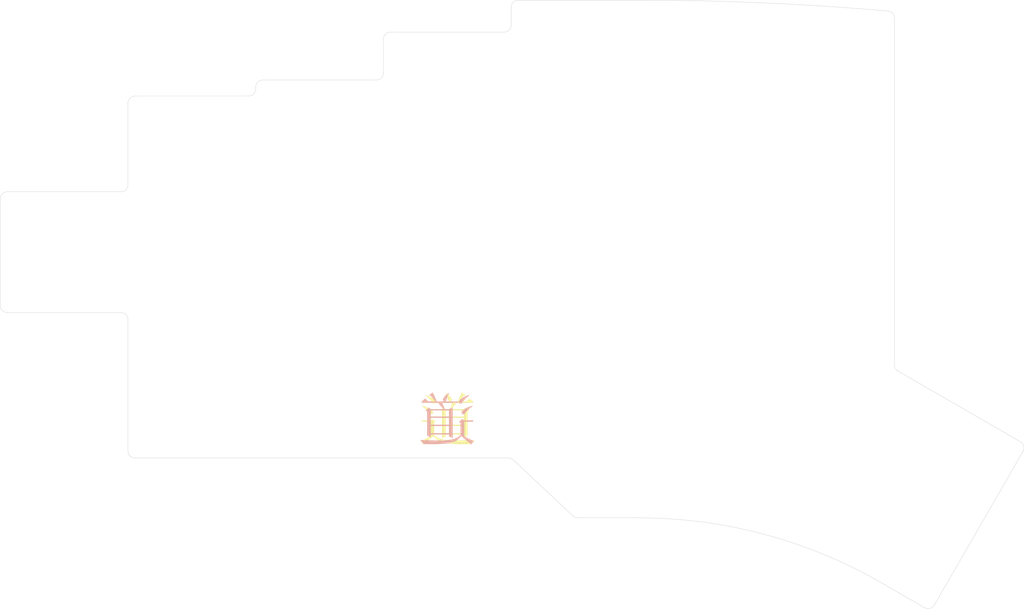
<source format=kicad_pcb>
(kicad_pcb (version 20171130) (host pcbnew "(5.1.10)-1")

  (general
    (thickness 1.6)
    (drawings 67)
    (tracks 0)
    (zones 0)
    (modules 29)
    (nets 1)
  )

  (page A4)
  (layers
    (0 F.Cu signal)
    (31 B.Cu signal)
    (32 B.Adhes user)
    (33 F.Adhes user)
    (34 B.Paste user)
    (35 F.Paste user)
    (36 B.SilkS user)
    (37 F.SilkS user)
    (38 B.Mask user)
    (39 F.Mask user)
    (40 Dwgs.User user)
    (41 Cmts.User user)
    (42 Eco1.User user)
    (43 Eco2.User user)
    (44 Edge.Cuts user)
    (45 Margin user)
    (46 B.CrtYd user)
    (47 F.CrtYd user)
    (48 B.Fab user)
    (49 F.Fab user)
  )

  (setup
    (last_trace_width 0.25)
    (trace_clearance 0.2)
    (zone_clearance 0.508)
    (zone_45_only no)
    (trace_min 0.2)
    (via_size 0.8)
    (via_drill 0.4)
    (via_min_size 0.4)
    (via_min_drill 0.3)
    (uvia_size 0.3)
    (uvia_drill 0.1)
    (uvias_allowed no)
    (uvia_min_size 0.2)
    (uvia_min_drill 0.1)
    (edge_width 0.05)
    (segment_width 0.2)
    (pcb_text_width 0.3)
    (pcb_text_size 1.5 1.5)
    (mod_edge_width 0.12)
    (mod_text_size 1 1)
    (mod_text_width 0.15)
    (pad_size 1.524 1.524)
    (pad_drill 0.762)
    (pad_to_mask_clearance 0)
    (aux_axis_origin 112.49788 56.655552)
    (grid_origin 45 33.5)
    (visible_elements 7FFFFFFF)
    (pcbplotparams
      (layerselection 0x010fc_ffffffff)
      (usegerberextensions false)
      (usegerberattributes true)
      (usegerberadvancedattributes true)
      (creategerberjobfile true)
      (excludeedgelayer true)
      (linewidth 0.150000)
      (plotframeref false)
      (viasonmask false)
      (mode 1)
      (useauxorigin false)
      (hpglpennumber 1)
      (hpglpenspeed 20)
      (hpglpendiameter 15.000000)
      (psnegative false)
      (psa4output false)
      (plotreference true)
      (plotvalue true)
      (plotinvisibletext false)
      (padsonsilk false)
      (subtractmaskfromsilk false)
      (outputformat 1)
      (mirror false)
      (drillshape 0)
      (scaleselection 1)
      (outputdirectory "gerber"))
  )

  (net 0 "")

  (net_class Default "This is the default net class."
    (clearance 0.2)
    (trace_width 0.25)
    (via_dia 0.8)
    (via_drill 0.4)
    (uvia_dia 0.3)
    (uvia_drill 0.1)
  )

  (module dao-choc-ble:dao-logo-small (layer B.Cu) (tedit 613E413F) (tstamp 613EA425)
    (at 45 45.5 180)
    (fp_text reference G*** (at 0 0) (layer B.SilkS) hide
      (effects (font (size 1.524 1.524) (thickness 0.3)) (justify mirror))
    )
    (fp_text value LOGO (at 0.75 0) (layer B.SilkS) hide
      (effects (font (size 1.524 1.524) (thickness 0.3)) (justify mirror))
    )
    (fp_poly (pts (xy -0.138123 3.638157) (xy -0.109458 3.614523) (xy -0.076772 3.589556) (xy -0.049389 3.570202)
      (xy 0.01178 3.525976) (xy 0.078031 3.471944) (xy 0.147026 3.410303) (xy 0.216429 3.34325)
      (xy 0.283902 3.272982) (xy 0.347107 3.201695) (xy 0.363553 3.182056) (xy 0.394924 3.141991)
      (xy 0.430527 3.093073) (xy 0.467958 3.0389) (xy 0.504809 2.983071) (xy 0.538676 2.929185)
      (xy 0.567152 2.880839) (xy 0.577354 2.86225) (xy 0.591691 2.834435) (xy 0.600352 2.813709)
      (xy 0.60468 2.79492) (xy 0.60602 2.772918) (xy 0.605901 2.752889) (xy 0.6048 2.718018)
      (xy 0.602798 2.680831) (xy 0.60061 2.652599) (xy 0.596194 2.606448) (xy 0.525639 2.54168)
      (xy 0.499785 2.517776) (xy 0.480024 2.500324) (xy 0.463471 2.488471) (xy 0.447235 2.481367)
      (xy 0.428431 2.478157) (xy 0.40417 2.477991) (xy 0.371565 2.480015) (xy 0.328024 2.483355)
      (xy 0.264465 2.488084) (xy 0.225154 2.529917) (xy 0.190554 2.566984) (xy 0.16473 2.595312)
      (xy 0.14657 2.616235) (xy 0.134968 2.631084) (xy 0.128814 2.641193) (xy 0.127 2.647896)
      (xy 0.127 2.64792) (xy 0.12531 2.663898) (xy 0.120636 2.690854) (xy 0.113577 2.726115)
      (xy 0.104727 2.767008) (xy 0.094684 2.810863) (xy 0.084044 2.855006) (xy 0.073402 2.896766)
      (xy 0.063357 2.93347) (xy 0.062949 2.934887) (xy 0.045013 2.993381) (xy 0.023472 3.057474)
      (xy -0.000865 3.125212) (xy -0.027189 3.194643) (xy -0.054693 3.263812) (xy -0.082567 3.330767)
      (xy -0.110004 3.393554) (xy -0.136194 3.450219) (xy -0.160328 3.49881) (xy -0.1816 3.537372)
      (xy -0.195187 3.558537) (xy -0.213943 3.585221) (xy -0.225107 3.603411) (xy -0.229118 3.616215)
      (xy -0.226418 3.626741) (xy -0.217446 3.638096) (xy -0.207861 3.648007) (xy -0.180997 3.675519)
      (xy -0.138123 3.638157)) (layer B.SilkS) (width 0.01))
    (fp_poly (pts (xy -3.019694 3.356108) (xy -2.99603 3.349568) (xy -2.963271 3.339529) (xy -2.923483 3.326698)
      (xy -2.878733 3.31178) (xy -2.831088 3.29548) (xy -2.782615 3.278504) (xy -2.735382 3.261556)
      (xy -2.691455 3.245343) (xy -2.6529 3.230569) (xy -2.627503 3.220339) (xy -2.534386 3.180471)
      (xy -2.451358 3.142136) (xy -2.374834 3.103377) (xy -2.301229 3.062239) (xy -2.22696 3.016766)
      (xy -2.148441 2.965002) (xy -2.10562 2.93556) (xy -2.03851 2.887907) (xy -1.978945 2.843243)
      (xy -1.923481 2.79872) (xy -1.868678 2.751492) (xy -1.811094 2.698712) (xy -1.758267 2.648207)
      (xy -1.65034 2.543528) (xy -1.607878 2.353028) (xy -1.701978 2.182052) (xy -1.791142 2.163371)
      (xy -1.825599 2.156338) (xy -1.855599 2.150564) (xy -1.878153 2.146598) (xy -1.890269 2.144993)
      (xy -1.890889 2.144986) (xy -1.900809 2.148454) (xy -1.920162 2.157697) (xy -1.946217 2.171337)
      (xy -1.976246 2.187993) (xy -1.978334 2.189183) (xy -2.055195 2.233083) (xy -2.106631 2.312037)
      (xy -2.148412 2.374689) (xy -2.192911 2.438782) (xy -2.23797 2.501351) (xy -2.281432 2.559433)
      (xy -2.321138 2.610064) (xy -2.341773 2.635055) (xy -2.394921 2.695454) (xy -2.455875 2.76062)
      (xy -2.522752 2.828805) (xy -2.593667 2.89826) (xy -2.666738 2.967239) (xy -2.740081 3.033991)
      (xy -2.811812 3.09677) (xy -2.880047 3.153827) (xy -2.942905 3.203413) (xy -2.995083 3.24143)
      (xy -3.022439 3.26035) (xy -3.045255 3.276154) (xy -3.061202 3.287227) (xy -3.067951 3.291953)
      (xy -3.067992 3.291984) (xy -3.067703 3.299569) (xy -3.061831 3.314342) (xy -3.052773 3.331855)
      (xy -3.042925 3.347657) (xy -3.034686 3.3573) (xy -3.032195 3.358445) (xy -3.019694 3.356108)) (layer B.SilkS) (width 0.01))
    (fp_poly (pts (xy -3.499121 1.835919) (xy -3.479618 1.832222) (xy -3.450608 1.825508) (xy -3.414087 1.81633)
      (xy -3.37205 1.805238) (xy -3.32649 1.792785) (xy -3.279404 1.779522) (xy -3.232785 1.766003)
      (xy -3.18863 1.752779) (xy -3.148932 1.740401) (xy -3.115686 1.729422) (xy -3.095197 1.722064)
      (xy -2.942503 1.660253) (xy -2.799949 1.594506) (xy -2.663711 1.522919) (xy -2.529965 1.443589)
      (xy -2.50825 1.429865) (xy -2.441531 1.385379) (xy -2.370064 1.334256) (xy -2.297201 1.279108)
      (xy -2.226299 1.22255) (xy -2.160711 1.167196) (xy -2.10379 1.11566) (xy -2.098026 1.110167)
      (xy -2.0768 1.089555) (xy -2.061791 1.073328) (xy -2.050935 1.057941) (xy -2.042168 1.039847)
      (xy -2.033428 1.0155) (xy -2.022649 0.981354) (xy -2.022179 0.979838) (xy -2.012284 0.947042)
      (xy -2.004184 0.918452) (xy -1.998718 0.897152) (xy -1.996722 0.886244) (xy -1.999762 0.875845)
      (xy -2.008073 0.855671) (xy -2.020443 0.828477) (xy -2.035658 0.797022) (xy -2.038249 0.791831)
      (xy -2.079777 0.708989) (xy -2.142319 0.688516) (xy -2.183631 0.674805) (xy -2.21429 0.664905)
      (xy -2.237252 0.658901) (xy -2.255473 0.656875) (xy -2.27191 0.658911) (xy -2.289519 0.665093)
      (xy -2.311257 0.675504) (xy -2.34008 0.690227) (xy -2.348208 0.694325) (xy -2.435004 0.737834)
      (xy -2.489768 0.809838) (xy -2.536506 0.870323) (xy -2.580829 0.92542) (xy -2.625016 0.97771)
      (xy -2.671346 1.029772) (xy -2.722098 1.084188) (xy -2.77955 1.143538) (xy -2.82527 1.189696)
      (xy -2.895115 1.257946) (xy -2.969714 1.327653) (xy -3.047242 1.39729) (xy -3.125871 1.465329)
      (xy -3.203775 1.530242) (xy -3.279129 1.590502) (xy -3.350106 1.644581) (xy -3.414881 1.690951)
      (xy -3.46075 1.721309) (xy -3.488423 1.738819) (xy -3.511362 1.753387) (xy -3.527152 1.763474)
      (xy -3.533365 1.767533) (xy -3.532311 1.774385) (xy -3.527391 1.789362) (xy -3.520436 1.807683)
      (xy -3.513279 1.824563) (xy -3.507752 1.835218) (xy -3.507123 1.836047) (xy -3.499121 1.835919)) (layer B.SilkS) (width 0.01))
    (fp_poly (pts (xy 2.075077 3.728196) (xy 2.091852 3.716273) (xy 2.117103 3.697609) (xy 2.149517 3.673189)
      (xy 2.187783 3.644002) (xy 2.230591 3.611033) (xy 2.270455 3.580083) (xy 2.465917 3.427777)
      (xy 2.495903 3.360268) (xy 2.508295 3.331991) (xy 2.518195 3.308686) (xy 2.524395 3.293236)
      (xy 2.525893 3.28856) (xy 2.519301 3.287297) (xy 2.501316 3.286907) (xy 2.47463 3.28738)
      (xy 2.441932 3.288709) (xy 2.439462 3.288835) (xy 2.353028 3.293309) (xy 2.331861 3.267803)
      (xy 2.32082 3.254792) (xy 2.302233 3.233213) (xy 2.277865 3.205101) (xy 2.249481 3.172492)
      (xy 2.218848 3.137421) (xy 2.211715 3.129274) (xy 2.175865 3.088128) (xy 2.137262 3.04347)
      (xy 2.099021 2.998925) (xy 2.064257 2.95812) (xy 2.038904 2.928056) (xy 1.997513 2.879095)
      (xy 1.951592 2.825606) (xy 1.903043 2.769741) (xy 1.853767 2.71365) (xy 1.805666 2.659486)
      (xy 1.76064 2.609398) (xy 1.720592 2.565538) (xy 1.687422 2.530057) (xy 1.683443 2.525889)
      (xy 1.61925 2.458861) (xy 2.151857 2.457052) (xy 2.684463 2.455243) (xy 2.897361 2.668056)
      (xy 3.110259 2.880868) (xy 3.364471 2.669865) (xy 3.618682 2.458861) (xy 3.619091 2.372431)
      (xy 3.6195 2.286) (xy 1.278506 2.286) (xy 1.234675 2.218338) (xy 1.214679 2.188734)
      (xy 1.187574 2.150434) (xy 1.155091 2.105743) (xy 1.11896 2.056963) (xy 1.080912 2.006398)
      (xy 1.042678 1.956351) (xy 1.005989 1.909126) (xy 0.972576 1.867027) (xy 0.948858 1.837972)
      (xy 0.882869 1.761132) (xy 0.81112 1.682179) (xy 0.736339 1.603902) (xy 0.661251 1.529086)
      (xy 0.588583 1.460519) (xy 0.522605 1.402292) (xy 0.491349 1.375833) (xy 1.413665 1.375834)
      (xy 2.335981 1.375834) (xy 2.463048 1.482219) (xy 2.590115 1.588605) (xy 2.619738 1.564537)
      (xy 2.676789 1.518125) (xy 2.733481 1.471891) (xy 2.788757 1.426707) (xy 2.84156 1.383441)
      (xy 2.890835 1.342965) (xy 2.935525 1.306149) (xy 2.974574 1.273863) (xy 3.006925 1.246977)
      (xy 3.031522 1.226361) (xy 3.047309 1.212887) (xy 3.05323 1.207423) (xy 3.053242 1.207397)
      (xy 3.048521 1.201847) (xy 3.034357 1.189017) (xy 3.012418 1.170326) (xy 2.984371 1.147193)
      (xy 2.951884 1.121036) (xy 2.949173 1.118879) (xy 2.843389 1.034786) (xy 2.843389 -2.356516)
      (xy 2.596483 -2.480008) (xy 2.541746 -2.507297) (xy 2.490864 -2.532496) (xy 2.445236 -2.554923)
      (xy 2.406263 -2.573898) (xy 2.375345 -2.588741) (xy 2.353882 -2.59877) (xy 2.343274 -2.603304)
      (xy 2.342483 -2.6035) (xy 2.340219 -2.596515) (xy 2.338371 -2.575832) (xy 2.336955 -2.541857)
      (xy 2.335983 -2.494997) (xy 2.33547 -2.43566) (xy 2.335389 -2.395361) (xy 2.335389 -2.187222)
      (xy -0.232833 -2.187222) (xy -0.232833 -2.455295) (xy -0.486795 -2.582314) (xy -0.542173 -2.609968)
      (xy -0.593561 -2.635548) (xy -0.639605 -2.658384) (xy -0.678947 -2.677808) (xy -0.710235 -2.693152)
      (xy -0.73211 -2.703747) (xy -0.743219 -2.708924) (xy -0.744323 -2.709333) (xy -0.744609 -2.702367)
      (xy -0.744889 -2.681829) (xy -0.745162 -2.648257) (xy -0.745428 -2.60219) (xy -0.745684 -2.544167)
      (xy -0.745931 -2.474726) (xy -0.746168 -2.394405) (xy -0.746393 -2.303745) (xy -0.746606 -2.203282)
      (xy -0.746806 -2.093557) (xy -0.746991 -1.975107) (xy -0.747162 -1.848472) (xy -0.747318 -1.714189)
      (xy -0.747456 -1.572799) (xy -0.747577 -1.424838) (xy -0.747679 -1.270847) (xy -0.747763 -1.111363)
      (xy -0.747807 -0.994833) (xy -0.232833 -0.994833) (xy -0.232833 -2.010833) (xy 2.335389 -2.010833)
      (xy 2.335389 -0.994833) (xy -0.232833 -0.994833) (xy -0.747807 -0.994833) (xy -0.747826 -0.946926)
      (xy -0.747868 -0.778074) (xy -0.747887 -0.605345) (xy -0.747889 -0.53975) (xy -0.747878 -0.365708)
      (xy -0.747844 -0.19534) (xy -0.747789 -0.029186) (xy -0.747713 0.132216) (xy -0.747695 0.162278)
      (xy -0.232833 0.162278) (xy -0.232833 -0.818444) (xy 2.335389 -0.818444) (xy 2.335389 0.162278)
      (xy -0.232833 0.162278) (xy -0.747695 0.162278) (xy -0.747618 0.288328) (xy -0.747503 0.438611)
      (xy -0.747371 0.582526) (xy -0.747222 0.719534) (xy -0.747057 0.849098) (xy -0.746877 0.970677)
      (xy -0.746682 1.083734) (xy -0.746474 1.187729) (xy -0.746431 1.2065) (xy -0.232833 1.2065)
      (xy -0.232833 0.338667) (xy 2.335389 0.338667) (xy 2.335389 1.2065) (xy -0.232833 1.2065)
      (xy -0.746431 1.2065) (xy -0.746253 1.282125) (xy -0.746021 1.366382) (xy -0.745778 1.439962)
      (xy -0.745525 1.502326) (xy -0.745263 1.552935) (xy -0.744992 1.591251) (xy -0.744715 1.616735)
      (xy -0.744431 1.628848) (xy -0.744323 1.629833) (xy -0.737444 1.626781) (xy -0.719307 1.618069)
      (xy -0.691267 1.604365) (xy -0.65468 1.586339) (xy -0.610902 1.564659) (xy -0.561286 1.539992)
      (xy -0.507189 1.513008) (xy -0.486679 1.502756) (xy -0.232601 1.375679) (xy 0.356305 1.379361)
      (xy 0.375935 1.418167) (xy 0.384877 1.436992) (xy 0.398068 1.466358) (xy 0.414953 1.504925)
      (xy 0.434975 1.551353) (xy 0.457577 1.604301) (xy 0.482202 1.662429) (xy 0.508295 1.724397)
      (xy 0.535298 1.788865) (xy 0.562655 1.854493) (xy 0.589809 1.91994) (xy 0.616203 1.983867)
      (xy 0.641281 2.044933) (xy 0.664487 2.101798) (xy 0.685263 2.153121) (xy 0.703054 2.197563)
      (xy 0.717301 2.233784) (xy 0.72745 2.260443) (xy 0.732943 2.2762) (xy 0.733778 2.279749)
      (xy 0.726829 2.280504) (xy 0.706411 2.281227) (xy 0.673166 2.281913) (xy 0.627734 2.282559)
      (xy 0.570758 2.283161) (xy 0.50288 2.283715) (xy 0.424742 2.284219) (xy 0.336984 2.284667)
      (xy 0.240249 2.285057) (xy 0.135178 2.285385) (xy 0.022414 2.285647) (xy -0.097403 2.285839)
      (xy -0.22363 2.285958) (xy -0.355625 2.286) (xy -1.453445 2.286) (xy -1.453445 2.455333)
      (xy 1.496279 2.455333) (xy 1.510903 2.488847) (xy 1.518714 2.508023) (xy 1.529803 2.536923)
      (xy 1.542815 2.571943) (xy 1.556395 2.609476) (xy 1.559288 2.617611) (xy 1.586806 2.693114)
      (xy 1.617011 2.771755) (xy 1.650413 2.854713) (xy 1.687521 2.943164) (xy 1.728847 3.038284)
      (xy 1.774902 3.141252) (xy 1.826194 3.253243) (xy 1.883235 3.375435) (xy 1.938669 3.4925)
      (xy 1.968735 3.555411) (xy 1.993493 3.606634) (xy 2.013549 3.647293) (xy 2.029511 3.67851)
      (xy 2.041983 3.70141) (xy 2.051573 3.717116) (xy 2.058886 3.726752) (xy 2.064528 3.731442)
      (xy 2.068088 3.732389) (xy 2.075077 3.728196)) (layer B.SilkS) (width 0.01))
    (fp_poly (pts (xy -1.884358 -0.18821) (xy -1.835071 -0.228415) (xy -1.789341 -0.265868) (xy -1.748298 -0.299635)
      (xy -1.713068 -0.328783) (xy -1.684778 -0.352376) (xy -1.664556 -0.369481) (xy -1.653528 -0.379163)
      (xy -1.651788 -0.381) (xy -1.657026 -0.386269) (xy -1.671664 -0.398841) (xy -1.693998 -0.417307)
      (xy -1.722326 -0.440262) (xy -1.754945 -0.466299) (xy -1.757182 -0.468072) (xy -1.862667 -0.551616)
      (xy -1.862179 -1.413516) (xy -1.861691 -2.275417) (xy -1.786289 -2.340727) (xy -1.714375 -2.399994)
      (xy -1.633206 -2.461648) (xy -1.546671 -2.522944) (xy -1.458662 -2.581138) (xy -1.373067 -2.633486)
      (xy -1.3632 -2.639211) (xy -1.282653 -2.683208) (xy -1.200737 -2.722784) (xy -1.115169 -2.758796)
      (xy -1.023665 -2.792101) (xy -0.923942 -2.823556) (xy -0.813715 -2.854019) (xy -0.744361 -2.8715)
      (xy -0.688085 -2.885087) (xy -0.638535 -2.896574) (xy -0.592972 -2.906462) (xy -0.548656 -2.915252)
      (xy -0.502847 -2.923446) (xy -0.452806 -2.931545) (xy -0.395793 -2.94005) (xy -0.329069 -2.949463)
      (xy -0.28575 -2.955411) (xy -0.170047 -2.97054) (xy -0.063826 -2.982973) (xy 0.037187 -2.993157)
      (xy 0.137269 -3.001536) (xy 0.197555 -3.005811) (xy 0.257516 -3.009802) (xy 0.317691 -3.01381)
      (xy 0.375344 -3.017653) (xy 0.427737 -3.021148) (xy 0.472132 -3.024112) (xy 0.505792 -3.026363)
      (xy 0.511528 -3.026747) (xy 0.55264 -3.028948) (xy 0.606401 -3.030947) (xy 0.67135 -3.032734)
      (xy 0.746026 -3.034302) (xy 0.828968 -3.03564) (xy 0.918716 -3.036742) (xy 1.013808 -3.037597)
      (xy 1.112784 -3.038198) (xy 1.214182 -3.038536) (xy 1.316542 -3.038601) (xy 1.418403 -3.038386)
      (xy 1.518304 -3.037882) (xy 1.614783 -3.037079) (xy 1.706382 -3.03597) (xy 1.791637 -3.034546)
      (xy 1.799167 -3.034397) (xy 1.887121 -3.032412) (xy 1.988081 -3.029722) (xy 2.10096 -3.026368)
      (xy 2.224675 -3.022391) (xy 2.358137 -3.017831) (xy 2.500263 -3.012727) (xy 2.649966 -3.007122)
      (xy 2.80616 -3.001055) (xy 2.967759 -2.994566) (xy 3.133679 -2.987696) (xy 3.302833 -2.980486)
      (xy 3.474136 -2.972975) (xy 3.598333 -2.967398) (xy 3.650966 -2.965059) (xy 3.698817 -2.963024)
      (xy 3.740134 -2.96136) (xy 3.77316 -2.960135) (xy 3.796141 -2.959417) (xy 3.807323 -2.959271)
      (xy 3.808119 -2.959353) (xy 3.804185 -2.964976) (xy 3.792274 -2.980604) (xy 3.773198 -3.005203)
      (xy 3.747767 -3.037738) (xy 3.716794 -3.077174) (xy 3.68109 -3.122476) (xy 3.641466 -3.17261)
      (xy 3.598734 -3.226542) (xy 3.583271 -3.246026) (xy 3.356777 -3.531305) (xy 3.264124 -3.535794)
      (xy 3.24153 -3.536662) (xy 3.206218 -3.537717) (xy 3.159585 -3.538928) (xy 3.103022 -3.540266)
      (xy 3.037922 -3.541701) (xy 2.965681 -3.543202) (xy 2.88769 -3.54474) (xy 2.805343 -3.546285)
      (xy 2.720033 -3.547806) (xy 2.659944 -3.54883) (xy 2.38074 -3.552455) (xy 2.114629 -3.553751)
      (xy 1.860782 -3.55269) (xy 1.618368 -3.54924) (xy 1.386559 -3.543372) (xy 1.164524 -3.535056)
      (xy 0.951435 -3.524262) (xy 0.746461 -3.51096) (xy 0.548773 -3.49512) (xy 0.357542 -3.476712)
      (xy 0.211667 -3.460474) (xy 0.133952 -3.451257) (xy 0.068053 -3.443292) (xy 0.011766 -3.436219)
      (xy -0.037112 -3.429678) (xy -0.080785 -3.423309) (xy -0.121456 -3.416751) (xy -0.161328 -3.409645)
      (xy -0.202604 -3.401631) (xy -0.247488 -3.392348) (xy -0.298183 -3.381436) (xy -0.356893 -3.368536)
      (xy -0.373945 -3.364767) (xy -0.442936 -3.349426) (xy -0.500712 -3.336298) (xy -0.549857 -3.324661)
      (xy -0.592959 -3.313789) (xy -0.632602 -3.302957) (xy -0.671372 -3.291443) (xy -0.711856 -3.27852)
      (xy -0.756639 -3.263465) (xy -0.808307 -3.245554) (xy -0.843139 -3.233328) (xy -0.903159 -3.212126)
      (xy -0.952415 -3.194401) (xy -0.99348 -3.179026) (xy -1.028929 -3.164874) (xy -1.061335 -3.15082)
      (xy -1.093275 -3.135736) (xy -1.127321 -3.118496) (xy -1.166048 -3.097974) (xy -1.21203 -3.073041)
      (xy -1.222714 -3.067214) (xy -1.274452 -3.038839) (xy -1.31635 -3.015345) (xy -1.351027 -2.994988)
      (xy -1.381103 -2.976026) (xy -1.409198 -2.956715) (xy -1.437931 -2.935312) (xy -1.469921 -2.910073)
      (xy -1.507789 -2.879256) (xy -1.519047 -2.87001) (xy -1.562812 -2.833736) (xy -1.598158 -2.803482)
      (xy -1.62778 -2.776575) (xy -1.654375 -2.750342) (xy -1.680638 -2.722108) (xy -1.709266 -2.689202)
      (xy -1.742953 -2.648948) (xy -1.747544 -2.6434) (xy -1.800685 -2.577065) (xy -1.844911 -2.517478)
      (xy -1.879487 -2.465647) (xy -1.891195 -2.446013) (xy -1.934774 -2.369664) (xy -1.953371 -2.38604)
      (xy -1.96459 -2.396315) (xy -1.983848 -2.414371) (xy -2.009023 -2.438199) (xy -2.03799 -2.46579)
      (xy -2.060235 -2.487083) (xy -2.136372 -2.558782) (xy -2.220488 -2.635652) (xy -2.309108 -2.714628)
      (xy -2.398752 -2.792645) (xy -2.485945 -2.866638) (xy -2.561501 -2.928923) (xy -2.589835 -2.951456)
      (xy -2.627661 -2.980889) (xy -2.673228 -3.01591) (xy -2.724788 -3.055207) (xy -2.780589 -3.097467)
      (xy -2.838883 -3.141378) (xy -2.897918 -3.185627) (xy -2.955944 -3.228903) (xy -3.011213 -3.269893)
      (xy -3.061973 -3.307284) (xy -3.106475 -3.339765) (xy -3.142969 -3.366022) (xy -3.165568 -3.381905)
      (xy -3.24433 -3.436268) (xy -3.249377 -3.520828) (xy -3.251666 -3.553404) (xy -3.254194 -3.580054)
      (xy -3.25666 -3.59808) (xy -3.258759 -3.604784) (xy -3.25881 -3.604783) (xy -3.266618 -3.601637)
      (xy -3.284229 -3.593623) (xy -3.308765 -3.582071) (xy -3.328877 -3.572418) (xy -3.39456 -3.54066)
      (xy -3.530041 -3.377233) (xy -3.576732 -3.32095) (xy -3.615206 -3.274582) (xy -3.646193 -3.237132)
      (xy -3.670423 -3.207604) (xy -3.688627 -3.185) (xy -3.701535 -3.168325) (xy -3.709876 -3.15658)
      (xy -3.714382 -3.14877) (xy -3.715783 -3.143897) (xy -3.714809 -3.140965) (xy -3.71219 -3.138977)
      (xy -3.708656 -3.136936) (xy -3.706967 -3.13574) (xy -3.697258 -3.129891) (xy -3.676671 -3.118767)
      (xy -3.647001 -3.103294) (xy -3.610046 -3.084399) (xy -3.567602 -3.063008) (xy -3.521466 -3.040049)
      (xy -3.520722 -3.039681) (xy -3.485653 -3.022256) (xy -3.439467 -2.999175) (xy -3.383628 -2.971175)
      (xy -3.319598 -2.938993) (xy -3.24884 -2.903367) (xy -3.172818 -2.865034) (xy -3.092995 -2.82473)
      (xy -3.010834 -2.783193) (xy -2.927797 -2.741159) (xy -2.859476 -2.706533) (xy -2.371092 -2.458861)
      (xy -2.370879 -1.41993) (xy -2.370667 -0.381) (xy -3.640667 -0.381) (xy -3.640667 -0.211667)
      (xy -2.372015 -0.211667) (xy -2.116837 0.001051) (xy -1.884358 -0.18821)) (layer B.SilkS) (width 0.01))
  )

  (module dao-choc-ble:dao-logo-small (layer F.Cu) (tedit 613E413F) (tstamp 613EA43D)
    (at 45 45.5)
    (fp_text reference G*** (at 0 0) (layer F.SilkS) hide
      (effects (font (size 1.524 1.524) (thickness 0.3)))
    )
    (fp_text value LOGO (at 0.75 0) (layer F.SilkS) hide
      (effects (font (size 1.524 1.524) (thickness 0.3)))
    )
    (fp_poly (pts (xy -1.884358 0.18821) (xy -1.835071 0.228415) (xy -1.789341 0.265868) (xy -1.748298 0.299635)
      (xy -1.713068 0.328783) (xy -1.684778 0.352376) (xy -1.664556 0.369481) (xy -1.653528 0.379163)
      (xy -1.651788 0.381) (xy -1.657026 0.386269) (xy -1.671664 0.398841) (xy -1.693998 0.417307)
      (xy -1.722326 0.440262) (xy -1.754945 0.466299) (xy -1.757182 0.468072) (xy -1.862667 0.551616)
      (xy -1.862179 1.413516) (xy -1.861691 2.275417) (xy -1.786289 2.340727) (xy -1.714375 2.399994)
      (xy -1.633206 2.461648) (xy -1.546671 2.522944) (xy -1.458662 2.581138) (xy -1.373067 2.633486)
      (xy -1.3632 2.639211) (xy -1.282653 2.683208) (xy -1.200737 2.722784) (xy -1.115169 2.758796)
      (xy -1.023665 2.792101) (xy -0.923942 2.823556) (xy -0.813715 2.854019) (xy -0.744361 2.8715)
      (xy -0.688085 2.885087) (xy -0.638535 2.896574) (xy -0.592972 2.906462) (xy -0.548656 2.915252)
      (xy -0.502847 2.923446) (xy -0.452806 2.931545) (xy -0.395793 2.94005) (xy -0.329069 2.949463)
      (xy -0.28575 2.955411) (xy -0.170047 2.97054) (xy -0.063826 2.982973) (xy 0.037187 2.993157)
      (xy 0.137269 3.001536) (xy 0.197555 3.005811) (xy 0.257516 3.009802) (xy 0.317691 3.01381)
      (xy 0.375344 3.017653) (xy 0.427737 3.021148) (xy 0.472132 3.024112) (xy 0.505792 3.026363)
      (xy 0.511528 3.026747) (xy 0.55264 3.028948) (xy 0.606401 3.030947) (xy 0.67135 3.032734)
      (xy 0.746026 3.034302) (xy 0.828968 3.03564) (xy 0.918716 3.036742) (xy 1.013808 3.037597)
      (xy 1.112784 3.038198) (xy 1.214182 3.038536) (xy 1.316542 3.038601) (xy 1.418403 3.038386)
      (xy 1.518304 3.037882) (xy 1.614783 3.037079) (xy 1.706382 3.03597) (xy 1.791637 3.034546)
      (xy 1.799167 3.034397) (xy 1.887121 3.032412) (xy 1.988081 3.029722) (xy 2.10096 3.026368)
      (xy 2.224675 3.022391) (xy 2.358137 3.017831) (xy 2.500263 3.012727) (xy 2.649966 3.007122)
      (xy 2.80616 3.001055) (xy 2.967759 2.994566) (xy 3.133679 2.987696) (xy 3.302833 2.980486)
      (xy 3.474136 2.972975) (xy 3.598333 2.967398) (xy 3.650966 2.965059) (xy 3.698817 2.963024)
      (xy 3.740134 2.96136) (xy 3.77316 2.960135) (xy 3.796141 2.959417) (xy 3.807323 2.959271)
      (xy 3.808119 2.959353) (xy 3.804185 2.964976) (xy 3.792274 2.980604) (xy 3.773198 3.005203)
      (xy 3.747767 3.037738) (xy 3.716794 3.077174) (xy 3.68109 3.122476) (xy 3.641466 3.17261)
      (xy 3.598734 3.226542) (xy 3.583271 3.246026) (xy 3.356777 3.531305) (xy 3.264124 3.535794)
      (xy 3.24153 3.536662) (xy 3.206218 3.537717) (xy 3.159585 3.538928) (xy 3.103022 3.540266)
      (xy 3.037922 3.541701) (xy 2.965681 3.543202) (xy 2.88769 3.54474) (xy 2.805343 3.546285)
      (xy 2.720033 3.547806) (xy 2.659944 3.54883) (xy 2.38074 3.552455) (xy 2.114629 3.553751)
      (xy 1.860782 3.55269) (xy 1.618368 3.54924) (xy 1.386559 3.543372) (xy 1.164524 3.535056)
      (xy 0.951435 3.524262) (xy 0.746461 3.51096) (xy 0.548773 3.49512) (xy 0.357542 3.476712)
      (xy 0.211667 3.460474) (xy 0.133952 3.451257) (xy 0.068053 3.443292) (xy 0.011766 3.436219)
      (xy -0.037112 3.429678) (xy -0.080785 3.423309) (xy -0.121456 3.416751) (xy -0.161328 3.409645)
      (xy -0.202604 3.401631) (xy -0.247488 3.392348) (xy -0.298183 3.381436) (xy -0.356893 3.368536)
      (xy -0.373945 3.364767) (xy -0.442936 3.349426) (xy -0.500712 3.336298) (xy -0.549857 3.324661)
      (xy -0.592959 3.313789) (xy -0.632602 3.302957) (xy -0.671372 3.291443) (xy -0.711856 3.27852)
      (xy -0.756639 3.263465) (xy -0.808307 3.245554) (xy -0.843139 3.233328) (xy -0.903159 3.212126)
      (xy -0.952415 3.194401) (xy -0.99348 3.179026) (xy -1.028929 3.164874) (xy -1.061335 3.15082)
      (xy -1.093275 3.135736) (xy -1.127321 3.118496) (xy -1.166048 3.097974) (xy -1.21203 3.073041)
      (xy -1.222714 3.067214) (xy -1.274452 3.038839) (xy -1.31635 3.015345) (xy -1.351027 2.994988)
      (xy -1.381103 2.976026) (xy -1.409198 2.956715) (xy -1.437931 2.935312) (xy -1.469921 2.910073)
      (xy -1.507789 2.879256) (xy -1.519047 2.87001) (xy -1.562812 2.833736) (xy -1.598158 2.803482)
      (xy -1.62778 2.776575) (xy -1.654375 2.750342) (xy -1.680638 2.722108) (xy -1.709266 2.689202)
      (xy -1.742953 2.648948) (xy -1.747544 2.6434) (xy -1.800685 2.577065) (xy -1.844911 2.517478)
      (xy -1.879487 2.465647) (xy -1.891195 2.446013) (xy -1.934774 2.369664) (xy -1.953371 2.38604)
      (xy -1.96459 2.396315) (xy -1.983848 2.414371) (xy -2.009023 2.438199) (xy -2.03799 2.46579)
      (xy -2.060235 2.487083) (xy -2.136372 2.558782) (xy -2.220488 2.635652) (xy -2.309108 2.714628)
      (xy -2.398752 2.792645) (xy -2.485945 2.866638) (xy -2.561501 2.928923) (xy -2.589835 2.951456)
      (xy -2.627661 2.980889) (xy -2.673228 3.01591) (xy -2.724788 3.055207) (xy -2.780589 3.097467)
      (xy -2.838883 3.141378) (xy -2.897918 3.185627) (xy -2.955944 3.228903) (xy -3.011213 3.269893)
      (xy -3.061973 3.307284) (xy -3.106475 3.339765) (xy -3.142969 3.366022) (xy -3.165568 3.381905)
      (xy -3.24433 3.436268) (xy -3.249377 3.520828) (xy -3.251666 3.553404) (xy -3.254194 3.580054)
      (xy -3.25666 3.59808) (xy -3.258759 3.604784) (xy -3.25881 3.604783) (xy -3.266618 3.601637)
      (xy -3.284229 3.593623) (xy -3.308765 3.582071) (xy -3.328877 3.572418) (xy -3.39456 3.54066)
      (xy -3.530041 3.377233) (xy -3.576732 3.32095) (xy -3.615206 3.274582) (xy -3.646193 3.237132)
      (xy -3.670423 3.207604) (xy -3.688627 3.185) (xy -3.701535 3.168325) (xy -3.709876 3.15658)
      (xy -3.714382 3.14877) (xy -3.715783 3.143897) (xy -3.714809 3.140965) (xy -3.71219 3.138977)
      (xy -3.708656 3.136936) (xy -3.706967 3.13574) (xy -3.697258 3.129891) (xy -3.676671 3.118767)
      (xy -3.647001 3.103294) (xy -3.610046 3.084399) (xy -3.567602 3.063008) (xy -3.521466 3.040049)
      (xy -3.520722 3.039681) (xy -3.485653 3.022256) (xy -3.439467 2.999175) (xy -3.383628 2.971175)
      (xy -3.319598 2.938993) (xy -3.24884 2.903367) (xy -3.172818 2.865034) (xy -3.092995 2.82473)
      (xy -3.010834 2.783193) (xy -2.927797 2.741159) (xy -2.859476 2.706533) (xy -2.371092 2.458861)
      (xy -2.370879 1.41993) (xy -2.370667 0.381) (xy -3.640667 0.381) (xy -3.640667 0.211667)
      (xy -2.372015 0.211667) (xy -2.116837 -0.001051) (xy -1.884358 0.18821)) (layer F.SilkS) (width 0.01))
    (fp_poly (pts (xy 2.075077 -3.728196) (xy 2.091852 -3.716273) (xy 2.117103 -3.697609) (xy 2.149517 -3.673189)
      (xy 2.187783 -3.644002) (xy 2.230591 -3.611033) (xy 2.270455 -3.580083) (xy 2.465917 -3.427777)
      (xy 2.495903 -3.360268) (xy 2.508295 -3.331991) (xy 2.518195 -3.308686) (xy 2.524395 -3.293236)
      (xy 2.525893 -3.28856) (xy 2.519301 -3.287297) (xy 2.501316 -3.286907) (xy 2.47463 -3.28738)
      (xy 2.441932 -3.288709) (xy 2.439462 -3.288835) (xy 2.353028 -3.293309) (xy 2.331861 -3.267803)
      (xy 2.32082 -3.254792) (xy 2.302233 -3.233213) (xy 2.277865 -3.205101) (xy 2.249481 -3.172492)
      (xy 2.218848 -3.137421) (xy 2.211715 -3.129274) (xy 2.175865 -3.088128) (xy 2.137262 -3.04347)
      (xy 2.099021 -2.998925) (xy 2.064257 -2.95812) (xy 2.038904 -2.928056) (xy 1.997513 -2.879095)
      (xy 1.951592 -2.825606) (xy 1.903043 -2.769741) (xy 1.853767 -2.71365) (xy 1.805666 -2.659486)
      (xy 1.76064 -2.609398) (xy 1.720592 -2.565538) (xy 1.687422 -2.530057) (xy 1.683443 -2.525889)
      (xy 1.61925 -2.458861) (xy 2.151857 -2.457052) (xy 2.684463 -2.455243) (xy 2.897361 -2.668056)
      (xy 3.110259 -2.880868) (xy 3.364471 -2.669865) (xy 3.618682 -2.458861) (xy 3.619091 -2.372431)
      (xy 3.6195 -2.286) (xy 1.278506 -2.286) (xy 1.234675 -2.218338) (xy 1.214679 -2.188734)
      (xy 1.187574 -2.150434) (xy 1.155091 -2.105743) (xy 1.11896 -2.056963) (xy 1.080912 -2.006398)
      (xy 1.042678 -1.956351) (xy 1.005989 -1.909126) (xy 0.972576 -1.867027) (xy 0.948858 -1.837972)
      (xy 0.882869 -1.761132) (xy 0.81112 -1.682179) (xy 0.736339 -1.603902) (xy 0.661251 -1.529086)
      (xy 0.588583 -1.460519) (xy 0.522605 -1.402292) (xy 0.491349 -1.375833) (xy 1.413665 -1.375834)
      (xy 2.335981 -1.375834) (xy 2.463048 -1.482219) (xy 2.590115 -1.588605) (xy 2.619738 -1.564537)
      (xy 2.676789 -1.518125) (xy 2.733481 -1.471891) (xy 2.788757 -1.426707) (xy 2.84156 -1.383441)
      (xy 2.890835 -1.342965) (xy 2.935525 -1.306149) (xy 2.974574 -1.273863) (xy 3.006925 -1.246977)
      (xy 3.031522 -1.226361) (xy 3.047309 -1.212887) (xy 3.05323 -1.207423) (xy 3.053242 -1.207397)
      (xy 3.048521 -1.201847) (xy 3.034357 -1.189017) (xy 3.012418 -1.170326) (xy 2.984371 -1.147193)
      (xy 2.951884 -1.121036) (xy 2.949173 -1.118879) (xy 2.843389 -1.034786) (xy 2.843389 2.356516)
      (xy 2.596483 2.480008) (xy 2.541746 2.507297) (xy 2.490864 2.532496) (xy 2.445236 2.554923)
      (xy 2.406263 2.573898) (xy 2.375345 2.588741) (xy 2.353882 2.59877) (xy 2.343274 2.603304)
      (xy 2.342483 2.6035) (xy 2.340219 2.596515) (xy 2.338371 2.575832) (xy 2.336955 2.541857)
      (xy 2.335983 2.494997) (xy 2.33547 2.43566) (xy 2.335389 2.395361) (xy 2.335389 2.187222)
      (xy -0.232833 2.187222) (xy -0.232833 2.455295) (xy -0.486795 2.582314) (xy -0.542173 2.609968)
      (xy -0.593561 2.635548) (xy -0.639605 2.658384) (xy -0.678947 2.677808) (xy -0.710235 2.693152)
      (xy -0.73211 2.703747) (xy -0.743219 2.708924) (xy -0.744323 2.709333) (xy -0.744609 2.702367)
      (xy -0.744889 2.681829) (xy -0.745162 2.648257) (xy -0.745428 2.60219) (xy -0.745684 2.544167)
      (xy -0.745931 2.474726) (xy -0.746168 2.394405) (xy -0.746393 2.303745) (xy -0.746606 2.203282)
      (xy -0.746806 2.093557) (xy -0.746991 1.975107) (xy -0.747162 1.848472) (xy -0.747318 1.714189)
      (xy -0.747456 1.572799) (xy -0.747577 1.424838) (xy -0.747679 1.270847) (xy -0.747763 1.111363)
      (xy -0.747807 0.994833) (xy -0.232833 0.994833) (xy -0.232833 2.010833) (xy 2.335389 2.010833)
      (xy 2.335389 0.994833) (xy -0.232833 0.994833) (xy -0.747807 0.994833) (xy -0.747826 0.946926)
      (xy -0.747868 0.778074) (xy -0.747887 0.605345) (xy -0.747889 0.53975) (xy -0.747878 0.365708)
      (xy -0.747844 0.19534) (xy -0.747789 0.029186) (xy -0.747713 -0.132216) (xy -0.747695 -0.162278)
      (xy -0.232833 -0.162278) (xy -0.232833 0.818444) (xy 2.335389 0.818444) (xy 2.335389 -0.162278)
      (xy -0.232833 -0.162278) (xy -0.747695 -0.162278) (xy -0.747618 -0.288328) (xy -0.747503 -0.438611)
      (xy -0.747371 -0.582526) (xy -0.747222 -0.719534) (xy -0.747057 -0.849098) (xy -0.746877 -0.970677)
      (xy -0.746682 -1.083734) (xy -0.746474 -1.187729) (xy -0.746431 -1.2065) (xy -0.232833 -1.2065)
      (xy -0.232833 -0.338667) (xy 2.335389 -0.338667) (xy 2.335389 -1.2065) (xy -0.232833 -1.2065)
      (xy -0.746431 -1.2065) (xy -0.746253 -1.282125) (xy -0.746021 -1.366382) (xy -0.745778 -1.439962)
      (xy -0.745525 -1.502326) (xy -0.745263 -1.552935) (xy -0.744992 -1.591251) (xy -0.744715 -1.616735)
      (xy -0.744431 -1.628848) (xy -0.744323 -1.629833) (xy -0.737444 -1.626781) (xy -0.719307 -1.618069)
      (xy -0.691267 -1.604365) (xy -0.65468 -1.586339) (xy -0.610902 -1.564659) (xy -0.561286 -1.539992)
      (xy -0.507189 -1.513008) (xy -0.486679 -1.502756) (xy -0.232601 -1.375679) (xy 0.356305 -1.379361)
      (xy 0.375935 -1.418167) (xy 0.384877 -1.436992) (xy 0.398068 -1.466358) (xy 0.414953 -1.504925)
      (xy 0.434975 -1.551353) (xy 0.457577 -1.604301) (xy 0.482202 -1.662429) (xy 0.508295 -1.724397)
      (xy 0.535298 -1.788865) (xy 0.562655 -1.854493) (xy 0.589809 -1.91994) (xy 0.616203 -1.983867)
      (xy 0.641281 -2.044933) (xy 0.664487 -2.101798) (xy 0.685263 -2.153121) (xy 0.703054 -2.197563)
      (xy 0.717301 -2.233784) (xy 0.72745 -2.260443) (xy 0.732943 -2.2762) (xy 0.733778 -2.279749)
      (xy 0.726829 -2.280504) (xy 0.706411 -2.281227) (xy 0.673166 -2.281913) (xy 0.627734 -2.282559)
      (xy 0.570758 -2.283161) (xy 0.50288 -2.283715) (xy 0.424742 -2.284219) (xy 0.336984 -2.284667)
      (xy 0.240249 -2.285057) (xy 0.135178 -2.285385) (xy 0.022414 -2.285647) (xy -0.097403 -2.285839)
      (xy -0.22363 -2.285958) (xy -0.355625 -2.286) (xy -1.453445 -2.286) (xy -1.453445 -2.455333)
      (xy 1.496279 -2.455333) (xy 1.510903 -2.488847) (xy 1.518714 -2.508023) (xy 1.529803 -2.536923)
      (xy 1.542815 -2.571943) (xy 1.556395 -2.609476) (xy 1.559288 -2.617611) (xy 1.586806 -2.693114)
      (xy 1.617011 -2.771755) (xy 1.650413 -2.854713) (xy 1.687521 -2.943164) (xy 1.728847 -3.038284)
      (xy 1.774902 -3.141252) (xy 1.826194 -3.253243) (xy 1.883235 -3.375435) (xy 1.938669 -3.4925)
      (xy 1.968735 -3.555411) (xy 1.993493 -3.606634) (xy 2.013549 -3.647293) (xy 2.029511 -3.67851)
      (xy 2.041983 -3.70141) (xy 2.051573 -3.717116) (xy 2.058886 -3.726752) (xy 2.064528 -3.731442)
      (xy 2.068088 -3.732389) (xy 2.075077 -3.728196)) (layer F.SilkS) (width 0.01))
    (fp_poly (pts (xy -3.499121 -1.835919) (xy -3.479618 -1.832222) (xy -3.450608 -1.825508) (xy -3.414087 -1.81633)
      (xy -3.37205 -1.805238) (xy -3.32649 -1.792785) (xy -3.279404 -1.779522) (xy -3.232785 -1.766003)
      (xy -3.18863 -1.752779) (xy -3.148932 -1.740401) (xy -3.115686 -1.729422) (xy -3.095197 -1.722064)
      (xy -2.942503 -1.660253) (xy -2.799949 -1.594506) (xy -2.663711 -1.522919) (xy -2.529965 -1.443589)
      (xy -2.50825 -1.429865) (xy -2.441531 -1.385379) (xy -2.370064 -1.334256) (xy -2.297201 -1.279108)
      (xy -2.226299 -1.22255) (xy -2.160711 -1.167196) (xy -2.10379 -1.11566) (xy -2.098026 -1.110167)
      (xy -2.0768 -1.089555) (xy -2.061791 -1.073328) (xy -2.050935 -1.057941) (xy -2.042168 -1.039847)
      (xy -2.033428 -1.0155) (xy -2.022649 -0.981354) (xy -2.022179 -0.979838) (xy -2.012284 -0.947042)
      (xy -2.004184 -0.918452) (xy -1.998718 -0.897152) (xy -1.996722 -0.886244) (xy -1.999762 -0.875845)
      (xy -2.008073 -0.855671) (xy -2.020443 -0.828477) (xy -2.035658 -0.797022) (xy -2.038249 -0.791831)
      (xy -2.079777 -0.708989) (xy -2.142319 -0.688516) (xy -2.183631 -0.674805) (xy -2.21429 -0.664905)
      (xy -2.237252 -0.658901) (xy -2.255473 -0.656875) (xy -2.27191 -0.658911) (xy -2.289519 -0.665093)
      (xy -2.311257 -0.675504) (xy -2.34008 -0.690227) (xy -2.348208 -0.694325) (xy -2.435004 -0.737834)
      (xy -2.489768 -0.809838) (xy -2.536506 -0.870323) (xy -2.580829 -0.92542) (xy -2.625016 -0.97771)
      (xy -2.671346 -1.029772) (xy -2.722098 -1.084188) (xy -2.77955 -1.143538) (xy -2.82527 -1.189696)
      (xy -2.895115 -1.257946) (xy -2.969714 -1.327653) (xy -3.047242 -1.39729) (xy -3.125871 -1.465329)
      (xy -3.203775 -1.530242) (xy -3.279129 -1.590502) (xy -3.350106 -1.644581) (xy -3.414881 -1.690951)
      (xy -3.46075 -1.721309) (xy -3.488423 -1.738819) (xy -3.511362 -1.753387) (xy -3.527152 -1.763474)
      (xy -3.533365 -1.767533) (xy -3.532311 -1.774385) (xy -3.527391 -1.789362) (xy -3.520436 -1.807683)
      (xy -3.513279 -1.824563) (xy -3.507752 -1.835218) (xy -3.507123 -1.836047) (xy -3.499121 -1.835919)) (layer F.SilkS) (width 0.01))
    (fp_poly (pts (xy -3.019694 -3.356108) (xy -2.99603 -3.349568) (xy -2.963271 -3.339529) (xy -2.923483 -3.326698)
      (xy -2.878733 -3.31178) (xy -2.831088 -3.29548) (xy -2.782615 -3.278504) (xy -2.735382 -3.261556)
      (xy -2.691455 -3.245343) (xy -2.6529 -3.230569) (xy -2.627503 -3.220339) (xy -2.534386 -3.180471)
      (xy -2.451358 -3.142136) (xy -2.374834 -3.103377) (xy -2.301229 -3.062239) (xy -2.22696 -3.016766)
      (xy -2.148441 -2.965002) (xy -2.10562 -2.93556) (xy -2.03851 -2.887907) (xy -1.978945 -2.843243)
      (xy -1.923481 -2.79872) (xy -1.868678 -2.751492) (xy -1.811094 -2.698712) (xy -1.758267 -2.648207)
      (xy -1.65034 -2.543528) (xy -1.607878 -2.353028) (xy -1.701978 -2.182052) (xy -1.791142 -2.163371)
      (xy -1.825599 -2.156338) (xy -1.855599 -2.150564) (xy -1.878153 -2.146598) (xy -1.890269 -2.144993)
      (xy -1.890889 -2.144986) (xy -1.900809 -2.148454) (xy -1.920162 -2.157697) (xy -1.946217 -2.171337)
      (xy -1.976246 -2.187993) (xy -1.978334 -2.189183) (xy -2.055195 -2.233083) (xy -2.106631 -2.312037)
      (xy -2.148412 -2.374689) (xy -2.192911 -2.438782) (xy -2.23797 -2.501351) (xy -2.281432 -2.559433)
      (xy -2.321138 -2.610064) (xy -2.341773 -2.635055) (xy -2.394921 -2.695454) (xy -2.455875 -2.76062)
      (xy -2.522752 -2.828805) (xy -2.593667 -2.89826) (xy -2.666738 -2.967239) (xy -2.740081 -3.033991)
      (xy -2.811812 -3.09677) (xy -2.880047 -3.153827) (xy -2.942905 -3.203413) (xy -2.995083 -3.24143)
      (xy -3.022439 -3.26035) (xy -3.045255 -3.276154) (xy -3.061202 -3.287227) (xy -3.067951 -3.291953)
      (xy -3.067992 -3.291984) (xy -3.067703 -3.299569) (xy -3.061831 -3.314342) (xy -3.052773 -3.331855)
      (xy -3.042925 -3.347657) (xy -3.034686 -3.3573) (xy -3.032195 -3.358445) (xy -3.019694 -3.356108)) (layer F.SilkS) (width 0.01))
    (fp_poly (pts (xy -0.138123 -3.638157) (xy -0.109458 -3.614523) (xy -0.076772 -3.589556) (xy -0.049389 -3.570202)
      (xy 0.01178 -3.525976) (xy 0.078031 -3.471944) (xy 0.147026 -3.410303) (xy 0.216429 -3.34325)
      (xy 0.283902 -3.272982) (xy 0.347107 -3.201695) (xy 0.363553 -3.182056) (xy 0.394924 -3.141991)
      (xy 0.430527 -3.093073) (xy 0.467958 -3.0389) (xy 0.504809 -2.983071) (xy 0.538676 -2.929185)
      (xy 0.567152 -2.880839) (xy 0.577354 -2.86225) (xy 0.591691 -2.834435) (xy 0.600352 -2.813709)
      (xy 0.60468 -2.79492) (xy 0.60602 -2.772918) (xy 0.605901 -2.752889) (xy 0.6048 -2.718018)
      (xy 0.602798 -2.680831) (xy 0.60061 -2.652599) (xy 0.596194 -2.606448) (xy 0.525639 -2.54168)
      (xy 0.499785 -2.517776) (xy 0.480024 -2.500324) (xy 0.463471 -2.488471) (xy 0.447235 -2.481367)
      (xy 0.428431 -2.478157) (xy 0.40417 -2.477991) (xy 0.371565 -2.480015) (xy 0.328024 -2.483355)
      (xy 0.264465 -2.488084) (xy 0.225154 -2.529917) (xy 0.190554 -2.566984) (xy 0.16473 -2.595312)
      (xy 0.14657 -2.616235) (xy 0.134968 -2.631084) (xy 0.128814 -2.641193) (xy 0.127 -2.647896)
      (xy 0.127 -2.64792) (xy 0.12531 -2.663898) (xy 0.120636 -2.690854) (xy 0.113577 -2.726115)
      (xy 0.104727 -2.767008) (xy 0.094684 -2.810863) (xy 0.084044 -2.855006) (xy 0.073402 -2.896766)
      (xy 0.063357 -2.93347) (xy 0.062949 -2.934887) (xy 0.045013 -2.993381) (xy 0.023472 -3.057474)
      (xy -0.000865 -3.125212) (xy -0.027189 -3.194643) (xy -0.054693 -3.263812) (xy -0.082567 -3.330767)
      (xy -0.110004 -3.393554) (xy -0.136194 -3.450219) (xy -0.160328 -3.49881) (xy -0.1816 -3.537372)
      (xy -0.195187 -3.558537) (xy -0.213943 -3.585221) (xy -0.225107 -3.603411) (xy -0.229118 -3.616215)
      (xy -0.226418 -3.626741) (xy -0.217446 -3.638096) (xy -0.207861 -3.648007) (xy -0.180997 -3.675519)
      (xy -0.138123 -3.638157)) (layer F.SilkS) (width 0.01))
  )

  (module dao-choc-ble:Hole_2.2mm (layer F.Cu) (tedit 60D8DE09) (tstamp 613EA0A4)
    (at 104.958224 47.071539)
    (fp_text reference REF** (at 0 0) (layer F.Fab) hide
      (effects (font (size 1 1) (thickness 0.15)))
    )
    (fp_text value Hole_2.2mm (at 0 0) (layer F.Fab) hide
      (effects (font (size 1 1) (thickness 0.15)))
    )
    (fp_circle (center 0 0) (end 0 -1.6) (layer F.CrtYd) (width 0.12))
    (fp_circle (center 0 0) (end 0 -1.6) (layer B.CrtYd) (width 0.12))
    (pad "" np_thru_hole circle (at 0 0 270) (size 2.2 2.2) (drill 2.2) (layers *.Cu *.Mask))
  )

  (module dao-choc-ble:Hole_2.2mm (layer F.Cu) (tedit 60D8DE09) (tstamp 613EA098)
    (at 90.292987 10.25)
    (fp_text reference REF** (at 0 0) (layer F.Fab) hide
      (effects (font (size 1 1) (thickness 0.15)))
    )
    (fp_text value Hole_2.2mm (at 0 0) (layer F.Fab) hide
      (effects (font (size 1 1) (thickness 0.15)))
    )
    (fp_circle (center 0 0) (end 0 -1.6) (layer B.CrtYd) (width 0.12))
    (fp_circle (center 0 0) (end 0 -1.6) (layer F.CrtYd) (width 0.12))
    (pad "" np_thru_hole circle (at 0 0 270) (size 2.2 2.2) (drill 2.2) (layers *.Cu *.Mask))
  )

  (module dao-choc-ble:Hole_2.2mm (layer F.Cu) (tedit 60D8DE09) (tstamp 613EA08C)
    (at 70.030923 39.969076)
    (fp_text reference REF** (at 0 0) (layer F.Fab) hide
      (effects (font (size 1 1) (thickness 0.15)))
    )
    (fp_text value Hole_2.2mm (at 0 0) (layer F.Fab) hide
      (effects (font (size 1 1) (thickness 0.15)))
    )
    (fp_circle (center 0 0) (end 0 -1.6) (layer F.CrtYd) (width 0.12))
    (fp_circle (center 0 0) (end 0 -1.6) (layer B.CrtYd) (width 0.12))
    (pad "" np_thru_hole circle (at 0 0 270) (size 2.2 2.2) (drill 2.2) (layers *.Cu *.Mask))
  )

  (module dao-choc-ble:Hole_2.2mm (layer F.Cu) (tedit 60D8DE09) (tstamp 613EA080)
    (at 17.707012 34)
    (fp_text reference REF** (at 0 0) (layer F.Fab) hide
      (effects (font (size 1 1) (thickness 0.15)))
    )
    (fp_text value Hole_2.2mm (at 0 0) (layer F.Fab) hide
      (effects (font (size 1 1) (thickness 0.15)))
    )
    (fp_circle (center 0 0) (end 0 -1.6) (layer B.CrtYd) (width 0.12))
    (fp_circle (center 0 0) (end 0 -1.6) (layer F.CrtYd) (width 0.12))
    (pad "" np_thru_hole circle (at 0 0 270) (size 2.2 2.2) (drill 2.2) (layers *.Cu *.Mask))
  )

  (module dao-choc-ble:Hole_2.2mm (layer F.Cu) (tedit 60D8DE09) (tstamp 613EA071)
    (at 17.707012 17)
    (fp_text reference REF** (at 0 0) (layer F.Fab) hide
      (effects (font (size 1 1) (thickness 0.15)))
    )
    (fp_text value Hole_2.2mm (at 0 0) (layer F.Fab) hide
      (effects (font (size 1 1) (thickness 0.15)))
    )
    (fp_circle (center 0 0) (end 0 -1.6) (layer F.CrtYd) (width 0.12))
    (fp_circle (center 0 0) (end 0 -1.6) (layer B.CrtYd) (width 0.12))
    (pad "" np_thru_hole circle (at 0 0 270) (size 2.2 2.2) (drill 2.2) (layers *.Cu *.Mask))
  )

  (module dao-choc-ble:Kailh_PG1350_plate_cutout (layer F.Cu) (tedit 613E3CF9) (tstamp 613E9E9B)
    (at 112.49788 56.655552 60)
    (fp_text reference REF** (at 0 0.5 60) (layer F.SilkS) hide
      (effects (font (size 1 1) (thickness 0.15)))
    )
    (fp_text value Kailh_PG1350_plate_cutout (at 0 -0.5 60) (layer F.Fab) hide
      (effects (font (size 1 1) (thickness 0.15)))
    )
    (pad "" np_thru_hole oval (at -6.45 0 150) (size 13.9 1) (drill oval 13.9 1) (layers *.Cu *.Mask))
    (pad "" np_thru_hole oval (at 6.45 0 150) (size 13.9 1) (drill oval 13.9 1) (layers *.Cu *.Mask))
    (pad "" np_thru_hole oval (at 0 6.45 60) (size 13.9 1) (drill oval 13.9 1) (layers *.Cu *.Mask))
    (pad "" np_thru_hole oval (at 0 -6.45 60) (size 13.9 1) (drill oval 13.9 1) (layers *.Cu *.Mask))
  )

  (module dao-choc-ble:Kailh_PG1350_plate_cutout (layer F.Cu) (tedit 613E3CF9) (tstamp 613E9E8D)
    (at 91.893294 53.557154 345)
    (fp_text reference REF** (at 0 0.5 165) (layer F.SilkS) hide
      (effects (font (size 1 1) (thickness 0.15)))
    )
    (fp_text value Kailh_PG1350_plate_cutout (at 0 -0.5 165) (layer F.Fab) hide
      (effects (font (size 1 1) (thickness 0.15)))
    )
    (pad "" np_thru_hole oval (at 0 -6.45 345) (size 13.9 1) (drill oval 13.9 1) (layers *.Cu *.Mask))
    (pad "" np_thru_hole oval (at 0 6.45 345) (size 13.9 1) (drill oval 13.9 1) (layers *.Cu *.Mask))
    (pad "" np_thru_hole oval (at 6.45 0 75) (size 13.9 1) (drill oval 13.9 1) (layers *.Cu *.Mask))
    (pad "" np_thru_hole oval (at -6.45 0 75) (size 13.9 1) (drill oval 13.9 1) (layers *.Cu *.Mask))
  )

  (module dao-choc-ble:Kailh_PG1350_plate_cutout (layer F.Cu) (tedit 613E3CF9) (tstamp 613E9E7F)
    (at 72 50.938152)
    (fp_text reference REF** (at 0 0.5) (layer F.SilkS) hide
      (effects (font (size 1 1) (thickness 0.15)))
    )
    (fp_text value Kailh_PG1350_plate_cutout (at 0 -0.5) (layer F.Fab) hide
      (effects (font (size 1 1) (thickness 0.15)))
    )
    (pad "" np_thru_hole oval (at -6.45 0 90) (size 13.9 1) (drill oval 13.9 1) (layers *.Cu *.Mask))
    (pad "" np_thru_hole oval (at 6.45 0 90) (size 13.9 1) (drill oval 13.9 1) (layers *.Cu *.Mask))
    (pad "" np_thru_hole oval (at 0 6.45) (size 13.9 1) (drill oval 13.9 1) (layers *.Cu *.Mask))
    (pad "" np_thru_hole oval (at 0 -6.45) (size 13.9 1) (drill oval 13.9 1) (layers *.Cu *.Mask))
  )

  (module dao-choc-ble:Kailh_PG1350_plate_cutout (layer F.Cu) (tedit 613E3CF9) (tstamp 613E9E71)
    (at -8.999999 22)
    (fp_text reference REF** (at 0 0.5) (layer F.SilkS) hide
      (effects (font (size 1 1) (thickness 0.15)))
    )
    (fp_text value Kailh_PG1350_plate_cutout (at 0 -0.5) (layer F.Fab) hide
      (effects (font (size 1 1) (thickness 0.15)))
    )
    (pad "" np_thru_hole oval (at 0 -6.45) (size 13.9 1) (drill oval 13.9 1) (layers *.Cu *.Mask))
    (pad "" np_thru_hole oval (at 0 6.45) (size 13.9 1) (drill oval 13.9 1) (layers *.Cu *.Mask))
    (pad "" np_thru_hole oval (at 6.45 0 90) (size 13.9 1) (drill oval 13.9 1) (layers *.Cu *.Mask))
    (pad "" np_thru_hole oval (at -6.45 0 90) (size 13.9 1) (drill oval 13.9 1) (layers *.Cu *.Mask))
  )

  (module dao-choc-ble:Kailh_PG1350_plate_cutout (layer F.Cu) (tedit 613E3CF9) (tstamp 613E9E63)
    (at 98.999999 35.75)
    (fp_text reference REF** (at 0 0.5) (layer F.SilkS) hide
      (effects (font (size 1 1) (thickness 0.15)))
    )
    (fp_text value Kailh_PG1350_plate_cutout (at 0 -0.5) (layer F.Fab) hide
      (effects (font (size 1 1) (thickness 0.15)))
    )
    (pad "" np_thru_hole oval (at -6.45 0 90) (size 13.9 1) (drill oval 13.9 1) (layers *.Cu *.Mask))
    (pad "" np_thru_hole oval (at 6.45 0 90) (size 13.9 1) (drill oval 13.9 1) (layers *.Cu *.Mask))
    (pad "" np_thru_hole oval (at 0 6.45) (size 13.9 1) (drill oval 13.9 1) (layers *.Cu *.Mask))
    (pad "" np_thru_hole oval (at 0 -6.45) (size 13.9 1) (drill oval 13.9 1) (layers *.Cu *.Mask))
  )

  (module dao-choc-ble:Kailh_PG1350_plate_cutout (layer F.Cu) (tedit 613E3CF9) (tstamp 613E9E55)
    (at 98.999999 18.75)
    (fp_text reference REF** (at 0 0.5) (layer F.SilkS) hide
      (effects (font (size 1 1) (thickness 0.15)))
    )
    (fp_text value Kailh_PG1350_plate_cutout (at 0 -0.5) (layer F.Fab) hide
      (effects (font (size 1 1) (thickness 0.15)))
    )
    (pad "" np_thru_hole oval (at 0 -6.45) (size 13.9 1) (drill oval 13.9 1) (layers *.Cu *.Mask))
    (pad "" np_thru_hole oval (at 0 6.45) (size 13.9 1) (drill oval 13.9 1) (layers *.Cu *.Mask))
    (pad "" np_thru_hole oval (at 6.45 0 90) (size 13.9 1) (drill oval 13.9 1) (layers *.Cu *.Mask))
    (pad "" np_thru_hole oval (at -6.45 0 90) (size 13.9 1) (drill oval 13.9 1) (layers *.Cu *.Mask))
  )

  (module dao-choc-ble:Kailh_PG1350_plate_cutout (layer F.Cu) (tedit 613E3CF9) (tstamp 613E9E47)
    (at 98.999999 1.75)
    (fp_text reference REF** (at 0 0.5) (layer F.SilkS) hide
      (effects (font (size 1 1) (thickness 0.15)))
    )
    (fp_text value Kailh_PG1350_plate_cutout (at 0 -0.5) (layer F.Fab) hide
      (effects (font (size 1 1) (thickness 0.15)))
    )
    (pad "" np_thru_hole oval (at -6.45 0 90) (size 13.9 1) (drill oval 13.9 1) (layers *.Cu *.Mask))
    (pad "" np_thru_hole oval (at 6.45 0 90) (size 13.9 1) (drill oval 13.9 1) (layers *.Cu *.Mask))
    (pad "" np_thru_hole oval (at 0 6.45) (size 13.9 1) (drill oval 13.9 1) (layers *.Cu *.Mask))
    (pad "" np_thru_hole oval (at 0 -6.45) (size 13.9 1) (drill oval 13.9 1) (layers *.Cu *.Mask))
  )

  (module dao-choc-ble:Kailh_PG1350_plate_cutout (layer F.Cu) (tedit 613E3CF9) (tstamp 613E9E31)
    (at 63 29.000001)
    (fp_text reference REF** (at 0 0.5) (layer F.SilkS) hide
      (effects (font (size 1 1) (thickness 0.15)))
    )
    (fp_text value Kailh_PG1350_plate_cutout (at 0 -0.5) (layer F.Fab) hide
      (effects (font (size 1 1) (thickness 0.15)))
    )
    (pad "" np_thru_hole oval (at -6.45 0 90) (size 13.9 1) (drill oval 13.9 1) (layers *.Cu *.Mask))
    (pad "" np_thru_hole oval (at 6.45 0 90) (size 13.9 1) (drill oval 13.9 1) (layers *.Cu *.Mask))
    (pad "" np_thru_hole oval (at 0 6.45) (size 13.9 1) (drill oval 13.9 1) (layers *.Cu *.Mask))
    (pad "" np_thru_hole oval (at 0 -6.45) (size 13.9 1) (drill oval 13.9 1) (layers *.Cu *.Mask))
  )

  (module dao-choc-ble:Kailh_PG1350_plate_cutout (layer F.Cu) (tedit 613E3CF9) (tstamp 613E9E23)
    (at 63 12.000001)
    (fp_text reference REF** (at 0 0.5) (layer F.SilkS) hide
      (effects (font (size 1 1) (thickness 0.15)))
    )
    (fp_text value Kailh_PG1350_plate_cutout (at 0 -0.5) (layer F.Fab) hide
      (effects (font (size 1 1) (thickness 0.15)))
    )
    (pad "" np_thru_hole oval (at 0 -6.45) (size 13.9 1) (drill oval 13.9 1) (layers *.Cu *.Mask))
    (pad "" np_thru_hole oval (at 0 6.45) (size 13.9 1) (drill oval 13.9 1) (layers *.Cu *.Mask))
    (pad "" np_thru_hole oval (at 6.45 0 90) (size 13.9 1) (drill oval 13.9 1) (layers *.Cu *.Mask))
    (pad "" np_thru_hole oval (at -6.45 0 90) (size 13.9 1) (drill oval 13.9 1) (layers *.Cu *.Mask))
  )

  (module dao-choc-ble:Kailh_PG1350_plate_cutout (layer F.Cu) (tedit 613E3CF9) (tstamp 613E9E15)
    (at 63 -4.999999)
    (fp_text reference REF** (at 0 0.5) (layer F.SilkS) hide
      (effects (font (size 1 1) (thickness 0.15)))
    )
    (fp_text value Kailh_PG1350_plate_cutout (at 0 -0.5) (layer F.Fab) hide
      (effects (font (size 1 1) (thickness 0.15)))
    )
    (pad "" np_thru_hole oval (at -6.45 0 90) (size 13.9 1) (drill oval 13.9 1) (layers *.Cu *.Mask))
    (pad "" np_thru_hole oval (at 6.45 0 90) (size 13.9 1) (drill oval 13.9 1) (layers *.Cu *.Mask))
    (pad "" np_thru_hole oval (at 0 6.45) (size 13.9 1) (drill oval 13.9 1) (layers *.Cu *.Mask))
    (pad "" np_thru_hole oval (at 0 -6.45) (size 13.9 1) (drill oval 13.9 1) (layers *.Cu *.Mask))
  )

  (module dao-choc-ble:Kailh_PG1350_plate_cutout (layer F.Cu) (tedit 613E3CF9) (tstamp 613E9DFF)
    (at 81 33.500001)
    (fp_text reference REF** (at 0 0.5) (layer F.SilkS) hide
      (effects (font (size 1 1) (thickness 0.15)))
    )
    (fp_text value Kailh_PG1350_plate_cutout (at 0 -0.5) (layer F.Fab) hide
      (effects (font (size 1 1) (thickness 0.15)))
    )
    (pad "" np_thru_hole oval (at 0 -6.45) (size 13.9 1) (drill oval 13.9 1) (layers *.Cu *.Mask))
    (pad "" np_thru_hole oval (at 0 6.45) (size 13.9 1) (drill oval 13.9 1) (layers *.Cu *.Mask))
    (pad "" np_thru_hole oval (at 6.45 0 90) (size 13.9 1) (drill oval 13.9 1) (layers *.Cu *.Mask))
    (pad "" np_thru_hole oval (at -6.45 0 90) (size 13.9 1) (drill oval 13.9 1) (layers *.Cu *.Mask))
  )

  (module dao-choc-ble:Kailh_PG1350_plate_cutout (layer F.Cu) (tedit 613E3CF9) (tstamp 613E9DF1)
    (at 81 16.500001)
    (fp_text reference REF** (at 0 0.5) (layer F.SilkS) hide
      (effects (font (size 1 1) (thickness 0.15)))
    )
    (fp_text value Kailh_PG1350_plate_cutout (at 0 -0.5) (layer F.Fab) hide
      (effects (font (size 1 1) (thickness 0.15)))
    )
    (pad "" np_thru_hole oval (at -6.45 0 90) (size 13.9 1) (drill oval 13.9 1) (layers *.Cu *.Mask))
    (pad "" np_thru_hole oval (at 6.45 0 90) (size 13.9 1) (drill oval 13.9 1) (layers *.Cu *.Mask))
    (pad "" np_thru_hole oval (at 0 6.45) (size 13.9 1) (drill oval 13.9 1) (layers *.Cu *.Mask))
    (pad "" np_thru_hole oval (at 0 -6.45) (size 13.9 1) (drill oval 13.9 1) (layers *.Cu *.Mask))
  )

  (module dao-choc-ble:Kailh_PG1350_plate_cutout (layer F.Cu) (tedit 613E3CF9) (tstamp 613E9DE3)
    (at 81 -0.499999)
    (fp_text reference REF** (at 0 0.5) (layer F.SilkS) hide
      (effects (font (size 1 1) (thickness 0.15)))
    )
    (fp_text value Kailh_PG1350_plate_cutout (at 0 -0.5) (layer F.Fab) hide
      (effects (font (size 1 1) (thickness 0.15)))
    )
    (pad "" np_thru_hole oval (at 0 -6.45) (size 13.9 1) (drill oval 13.9 1) (layers *.Cu *.Mask))
    (pad "" np_thru_hole oval (at 0 6.45) (size 13.9 1) (drill oval 13.9 1) (layers *.Cu *.Mask))
    (pad "" np_thru_hole oval (at 6.45 0 90) (size 13.9 1) (drill oval 13.9 1) (layers *.Cu *.Mask))
    (pad "" np_thru_hole oval (at -6.45 0 90) (size 13.9 1) (drill oval 13.9 1) (layers *.Cu *.Mask))
  )

  (module dao-choc-ble:Kailh_PG1350_plate_cutout (layer F.Cu) (tedit 613E3CF9) (tstamp 613E9DD5)
    (at 45 33.500001)
    (fp_text reference REF** (at 0 0.5) (layer F.SilkS) hide
      (effects (font (size 1 1) (thickness 0.15)))
    )
    (fp_text value Kailh_PG1350_plate_cutout (at 0 -0.5) (layer F.Fab) hide
      (effects (font (size 1 1) (thickness 0.15)))
    )
    (pad "" np_thru_hole oval (at -6.45 0 90) (size 13.9 1) (drill oval 13.9 1) (layers *.Cu *.Mask))
    (pad "" np_thru_hole oval (at 6.45 0 90) (size 13.9 1) (drill oval 13.9 1) (layers *.Cu *.Mask))
    (pad "" np_thru_hole oval (at 0 6.45) (size 13.9 1) (drill oval 13.9 1) (layers *.Cu *.Mask))
    (pad "" np_thru_hole oval (at 0 -6.45) (size 13.9 1) (drill oval 13.9 1) (layers *.Cu *.Mask))
  )

  (module dao-choc-ble:Kailh_PG1350_plate_cutout (layer F.Cu) (tedit 613E3CF9) (tstamp 613E9DC7)
    (at 45 16.500001)
    (fp_text reference REF** (at 0 0.5) (layer F.SilkS) hide
      (effects (font (size 1 1) (thickness 0.15)))
    )
    (fp_text value Kailh_PG1350_plate_cutout (at 0 -0.5) (layer F.Fab) hide
      (effects (font (size 1 1) (thickness 0.15)))
    )
    (pad "" np_thru_hole oval (at 0 -6.45) (size 13.9 1) (drill oval 13.9 1) (layers *.Cu *.Mask))
    (pad "" np_thru_hole oval (at 0 6.45) (size 13.9 1) (drill oval 13.9 1) (layers *.Cu *.Mask))
    (pad "" np_thru_hole oval (at 6.45 0 90) (size 13.9 1) (drill oval 13.9 1) (layers *.Cu *.Mask))
    (pad "" np_thru_hole oval (at -6.45 0 90) (size 13.9 1) (drill oval 13.9 1) (layers *.Cu *.Mask))
  )

  (module dao-choc-ble:Kailh_PG1350_plate_cutout (layer F.Cu) (tedit 613E3CF9) (tstamp 613E9DB9)
    (at 45 -0.499999)
    (fp_text reference REF** (at 0 0.5) (layer F.SilkS) hide
      (effects (font (size 1 1) (thickness 0.15)))
    )
    (fp_text value Kailh_PG1350_plate_cutout (at 0 -0.5) (layer F.Fab) hide
      (effects (font (size 1 1) (thickness 0.15)))
    )
    (pad "" np_thru_hole oval (at -6.45 0 90) (size 13.9 1) (drill oval 13.9 1) (layers *.Cu *.Mask))
    (pad "" np_thru_hole oval (at 6.45 0 90) (size 13.9 1) (drill oval 13.9 1) (layers *.Cu *.Mask))
    (pad "" np_thru_hole oval (at 0 6.45) (size 13.9 1) (drill oval 13.9 1) (layers *.Cu *.Mask))
    (pad "" np_thru_hole oval (at 0 -6.45) (size 13.9 1) (drill oval 13.9 1) (layers *.Cu *.Mask))
  )

  (module dao-choc-ble:Kailh_PG1350_plate_cutout (layer F.Cu) (tedit 613E3CF9) (tstamp 613E9DA3)
    (at 27 40.25)
    (fp_text reference REF** (at 0 0.5) (layer F.SilkS) hide
      (effects (font (size 1 1) (thickness 0.15)))
    )
    (fp_text value Kailh_PG1350_plate_cutout (at 0 -0.5) (layer F.Fab) hide
      (effects (font (size 1 1) (thickness 0.15)))
    )
    (pad "" np_thru_hole oval (at 0 -6.45) (size 13.9 1) (drill oval 13.9 1) (layers *.Cu *.Mask))
    (pad "" np_thru_hole oval (at 0 6.45) (size 13.9 1) (drill oval 13.9 1) (layers *.Cu *.Mask))
    (pad "" np_thru_hole oval (at 6.45 0 90) (size 13.9 1) (drill oval 13.9 1) (layers *.Cu *.Mask))
    (pad "" np_thru_hole oval (at -6.45 0 90) (size 13.9 1) (drill oval 13.9 1) (layers *.Cu *.Mask))
  )

  (module dao-choc-ble:Kailh_PG1350_plate_cutout (layer F.Cu) (tedit 613E3CF9) (tstamp 613E9D95)
    (at 27 23.25)
    (fp_text reference REF** (at 0 0.5) (layer F.SilkS) hide
      (effects (font (size 1 1) (thickness 0.15)))
    )
    (fp_text value Kailh_PG1350_plate_cutout (at 0 -0.5) (layer F.Fab) hide
      (effects (font (size 1 1) (thickness 0.15)))
    )
    (pad "" np_thru_hole oval (at -6.45 0 90) (size 13.9 1) (drill oval 13.9 1) (layers *.Cu *.Mask))
    (pad "" np_thru_hole oval (at 6.45 0 90) (size 13.9 1) (drill oval 13.9 1) (layers *.Cu *.Mask))
    (pad "" np_thru_hole oval (at 0 6.45) (size 13.9 1) (drill oval 13.9 1) (layers *.Cu *.Mask))
    (pad "" np_thru_hole oval (at 0 -6.45) (size 13.9 1) (drill oval 13.9 1) (layers *.Cu *.Mask))
  )

  (module dao-choc-ble:Kailh_PG1350_plate_cutout (layer F.Cu) (tedit 613E3CF9) (tstamp 613E9D87)
    (at 27 6.25)
    (fp_text reference REF** (at 0 0.5) (layer F.SilkS) hide
      (effects (font (size 1 1) (thickness 0.15)))
    )
    (fp_text value Kailh_PG1350_plate_cutout (at 0 -0.5) (layer F.Fab) hide
      (effects (font (size 1 1) (thickness 0.15)))
    )
    (pad "" np_thru_hole oval (at 0 -6.45) (size 13.9 1) (drill oval 13.9 1) (layers *.Cu *.Mask))
    (pad "" np_thru_hole oval (at 0 6.45) (size 13.9 1) (drill oval 13.9 1) (layers *.Cu *.Mask))
    (pad "" np_thru_hole oval (at 6.45 0 90) (size 13.9 1) (drill oval 13.9 1) (layers *.Cu *.Mask))
    (pad "" np_thru_hole oval (at -6.45 0 90) (size 13.9 1) (drill oval 13.9 1) (layers *.Cu *.Mask))
  )

  (module dao-choc-ble:Kailh_PG1350_plate_cutout (layer F.Cu) (tedit 613E3CF9) (tstamp 613E9D71)
    (at 9 42.5)
    (fp_text reference REF** (at 0 0.5) (layer F.SilkS) hide
      (effects (font (size 1 1) (thickness 0.15)))
    )
    (fp_text value Kailh_PG1350_plate_cutout (at 0 -0.5) (layer F.Fab) hide
      (effects (font (size 1 1) (thickness 0.15)))
    )
    (pad "" np_thru_hole oval (at -6.45 0 90) (size 13.9 1) (drill oval 13.9 1) (layers *.Cu *.Mask))
    (pad "" np_thru_hole oval (at 6.45 0 90) (size 13.9 1) (drill oval 13.9 1) (layers *.Cu *.Mask))
    (pad "" np_thru_hole oval (at 0 6.45) (size 13.9 1) (drill oval 13.9 1) (layers *.Cu *.Mask))
    (pad "" np_thru_hole oval (at 0 -6.45) (size 13.9 1) (drill oval 13.9 1) (layers *.Cu *.Mask))
  )

  (module dao-choc-ble:Kailh_PG1350_plate_cutout (layer F.Cu) (tedit 613E3CF9) (tstamp 613E9D63)
    (at 9 25.5)
    (fp_text reference REF** (at 0 0.5) (layer F.SilkS) hide
      (effects (font (size 1 1) (thickness 0.15)))
    )
    (fp_text value Kailh_PG1350_plate_cutout (at 0 -0.5) (layer F.Fab) hide
      (effects (font (size 1 1) (thickness 0.15)))
    )
    (pad "" np_thru_hole oval (at 0 -6.45) (size 13.9 1) (drill oval 13.9 1) (layers *.Cu *.Mask))
    (pad "" np_thru_hole oval (at 0 6.45) (size 13.9 1) (drill oval 13.9 1) (layers *.Cu *.Mask))
    (pad "" np_thru_hole oval (at 6.45 0 90) (size 13.9 1) (drill oval 13.9 1) (layers *.Cu *.Mask))
    (pad "" np_thru_hole oval (at -6.45 0 90) (size 13.9 1) (drill oval 13.9 1) (layers *.Cu *.Mask))
  )

  (module dao-choc-ble:Kailh_PG1350_plate_cutout (layer F.Cu) (tedit 613E3CF9) (tstamp 613E9D53)
    (at 9 8.5)
    (fp_text reference REF** (at 0 0.5) (layer F.SilkS) hide
      (effects (font (size 1 1) (thickness 0.15)))
    )
    (fp_text value Kailh_PG1350_plate_cutout (at 0 -0.5) (layer F.Fab) hide
      (effects (font (size 1 1) (thickness 0.15)))
    )
    (pad "" np_thru_hole oval (at -6.45 0 90) (size 13.9 1) (drill oval 13.9 1) (layers *.Cu *.Mask))
    (pad "" np_thru_hole oval (at 6.45 0 90) (size 13.9 1) (drill oval 13.9 1) (layers *.Cu *.Mask))
    (pad "" np_thru_hole oval (at 0 6.45) (size 13.9 1) (drill oval 13.9 1) (layers *.Cu *.Mask))
    (pad "" np_thru_hole oval (at 0 -6.45) (size 13.9 1) (drill oval 13.9 1) (layers *.Cu *.Mask))
  )

  (gr_circle (center -8.999999 22) (end -10.599999 22) (layer Eco1.User) (width 0.12))
  (gr_circle (center 91.893294 53.557154) (end 90.293294 53.557154) (layer Eco1.User) (width 0.12))
  (gr_circle (center 98.999999 35.75) (end 97.399999 35.75) (layer Eco1.User) (width 0.12))
  (gr_circle (center 98.999999 1.75) (end 97.399999 1.75) (layer Eco1.User) (width 0.12))
  (gr_circle (center 81 16.5) (end 79.4 16.5) (layer Eco1.User) (width 0.12))
  (gr_circle (center 63 -4.999999) (end 61.4 -4.999999) (layer Eco1.User) (width 0.12))
  (gr_circle (center 63 29) (end 61.4 29) (layer Eco1.User) (width 0.12))
  (gr_circle (center 45 16.5) (end 43.4 16.5) (layer Eco1.User) (width 0.12))
  (gr_circle (center 27 6.25) (end 25.4 6.25) (layer Eco1.User) (width 0.12))
  (gr_circle (center 26.999999 40.25) (end 25.399999 40.25) (layer Eco1.User) (width 0.12))
  (gr_circle (center 8.999999 25.5) (end 7.399999 25.5) (layer Eco1.User) (width 0.12))
  (gr_circle (center 8.999999 42.5) (end 7.399999 42.5) (layer Eco1.User) (width 0.12))
  (gr_circle (center 9 8.5) (end 7.399999 8.5) (layer Eco1.User) (width 0.12))
  (gr_circle (center 26.999999 23.25) (end 25.399999 23.25) (layer Eco1.User) (width 0.12))
  (gr_circle (center 45 -0.499999) (end 43.4 -0.499999) (layer Eco1.User) (width 0.12))
  (gr_circle (center 45 33.5) (end 43.4 33.5) (layer Eco1.User) (width 0.12))
  (gr_circle (center 63 12) (end 61.4 12) (layer Eco1.User) (width 0.12))
  (gr_circle (center 81 33.5) (end 79.4 33.5) (layer Eco1.User) (width 0.12))
  (gr_circle (center 81 -0.499999) (end 79.4 -0.499999) (layer Eco1.User) (width 0.12))
  (gr_circle (center 98.999999 18.75) (end 97.399999 18.75) (layer Eco1.User) (width 0.12))
  (gr_circle (center 72 50.938152) (end 70.4 50.938152) (layer Eco1.User) (width 0.12))
  (gr_circle (center 112.49788 56.655552) (end 110.89788 56.655552) (layer Eco1.User) (width 0.12))
  (gr_circle (center 104.958224 47.071539) (end 102.858224 47.071539) (layer Eco1.User) (width 0.12))
  (gr_circle (center 70.030923 39.969076) (end 67.930923 39.969076) (layer Eco1.User) (width 0.12))
  (gr_circle (center 17.707012 17) (end 15.607012 17) (layer Eco1.User) (width 0.12))
  (gr_circle (center 17.707012 34) (end 15.607012 34) (layer Eco1.User) (width 0.12))
  (gr_circle (center 90.292987 10.25) (end 88.192987 10.25) (layer Eco1.User) (width 0.12))
  (gr_line (start 108.499999 38.758917) (end 125.743071 48.714209) (layer Edge.Cuts) (width 0.05))
  (gr_arc (start 108.999999 37.892891) (end 107.999999 37.892891) (angle -60) (layer Edge.Cuts) (width 0.05))
  (gr_line (start 108 -10.970605) (end 107.999999 37.892891) (layer Edge.Cuts) (width 0.05))
  (gr_arc (start 107 -10.970605) (end 108 -10.970605) (angle -84.99587782) (layer Edge.Cuts) (width 0.05))
  (gr_arc (start 71.999999 388.75) (end 107.087227 -11.966793) (angle -5.004122178) (layer Edge.Cuts) (width 0.05))
  (gr_line (start 55 -13.499999) (end 71.999999 -13.499999) (layer Edge.Cuts) (width 0.05))
  (gr_arc (start 54.999999 -12.499999) (end 55 -13.499999) (angle -90) (layer Edge.Cuts) (width 0.05))
  (gr_line (start 54 -9.999999) (end 54 -12.499999) (layer Edge.Cuts) (width 0.05))
  (gr_arc (start 53 -9.999999) (end 53 -8.999999) (angle -90) (layer Edge.Cuts) (width 0.05))
  (gr_line (start 37 -8.999999) (end 53 -8.999999) (layer Edge.Cuts) (width 0.05))
  (gr_arc (start 37 -7.999999) (end 37 -8.999999) (angle -90) (layer Edge.Cuts) (width 0.05))
  (gr_line (start 36 -3.249999) (end 36 -7.999999) (layer Edge.Cuts) (width 0.05))
  (gr_arc (start 35 -3.249999) (end 35 -2.249999) (angle -90) (layer Edge.Cuts) (width 0.05))
  (gr_line (start 19 -2.249999) (end 35 -2.249999) (layer Edge.Cuts) (width 0.05))
  (gr_arc (start 19 -1.249999) (end 19 -2.249999) (angle -90) (layer Edge.Cuts) (width 0.05))
  (gr_line (start 18 -0.999999) (end 18 -1.249999) (layer Edge.Cuts) (width 0.05))
  (gr_arc (start 17 -0.999999) (end 17 0) (angle -90) (layer Edge.Cuts) (width 0.05))
  (gr_line (start 0.999999 0) (end 17 0) (layer Edge.Cuts) (width 0.05))
  (gr_arc (start 1 1) (end 0.999999 0) (angle -90) (layer Edge.Cuts) (width 0.05))
  (gr_line (start 0 12.5) (end 0 1) (layer Edge.Cuts) (width 0.05))
  (gr_arc (start -0.999999 12.5) (end -0.999999 13.5) (angle -90) (layer Edge.Cuts) (width 0.05))
  (gr_line (start -16.999999 13.5) (end -0.999999 13.5) (layer Edge.Cuts) (width 0.05))
  (gr_arc (start -16.999999 14.5) (end -16.999999 13.5) (angle -90) (layer Edge.Cuts) (width 0.05))
  (gr_line (start -17.999999 29.499999) (end -17.999999 14.5) (layer Edge.Cuts) (width 0.05))
  (gr_arc (start -16.999999 29.499999) (end -17.999999 29.499999) (angle -90) (layer Edge.Cuts) (width 0.05))
  (gr_line (start -0.999999 30.499999) (end -16.999999 30.499999) (layer Edge.Cuts) (width 0.05))
  (gr_arc (start -1 31.499999) (end 0 31.5) (angle -90) (layer Edge.Cuts) (width 0.05))
  (gr_line (start 0 50) (end 0 31.5) (layer Edge.Cuts) (width 0.05))
  (gr_arc (start 0.999999 50) (end 0 50) (angle -90) (layer Edge.Cuts) (width 0.05))
  (gr_line (start 53.60453 51) (end 0.999999 51) (layer Edge.Cuts) (width 0.05))
  (gr_arc (start 53.60453 52) (end 54.288499 51.270489) (angle -43.15459993) (layer Edge.Cuts) (width 0.05))
  (gr_line (start 62.7115 59.167663) (end 54.288499 51.270489) (layer Edge.Cuts) (width 0.05))
  (gr_arc (start 63.395469 58.438152) (end 62.7115 59.167663) (angle -43.15459993) (layer Edge.Cuts) (width 0.05))
  (gr_line (start 72 59.438152) (end 63.395469 59.438152) (layer Edge.Cuts) (width 0.05))
  (gr_arc (start 72 127.799939) (end 89.693332 61.767523) (angle -15) (layer Edge.Cuts) (width 0.05))
  (gr_arc (start 71.985294 127.854822) (end 105.74788 68.346895) (angle -14.56896589) (layer Edge.Cuts) (width 0.05))
  (gr_line (start 112.243071 72.096895) (end 105.74788 68.346895) (layer Edge.Cuts) (width 0.05))
  (gr_arc (start 112.743071 71.230869) (end 112.243071 72.096895) (angle -90) (layer Edge.Cuts) (width 0.05))
  (gr_line (start 126.109096 50.080234) (end 113.609096 71.730869) (layer Edge.Cuts) (width 0.05))
  (gr_arc (start 125.243071 49.580234) (end 126.109096 50.080234) (angle -90) (layer Edge.Cuts) (width 0.05))

)

</source>
